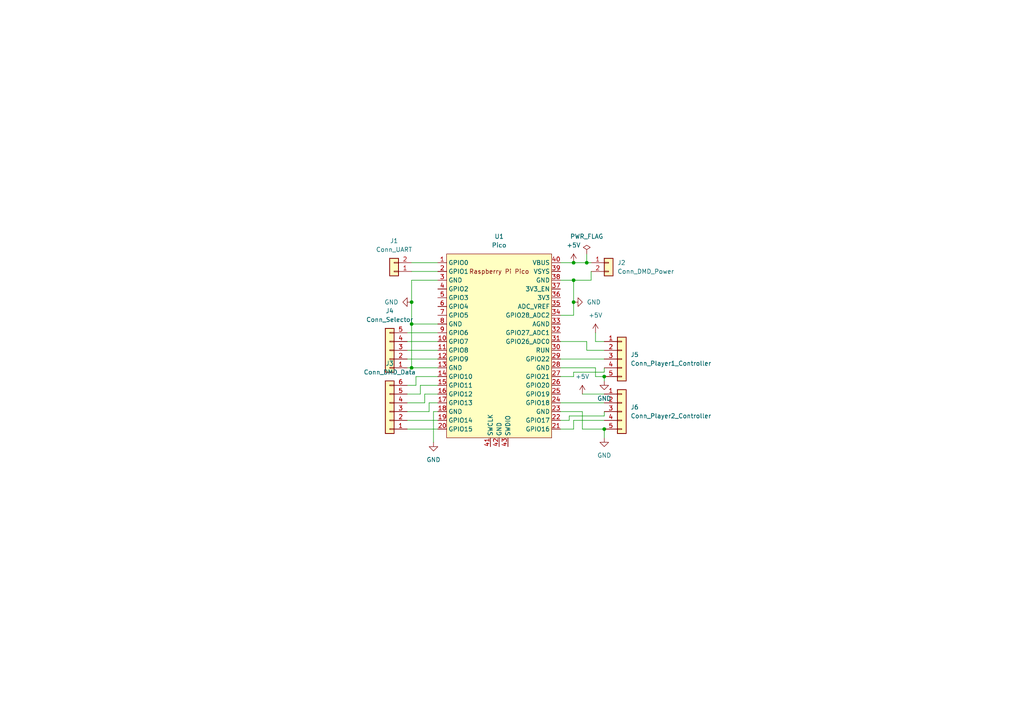
<source format=kicad_sch>
(kicad_sch (version 20211123) (generator eeschema)

  (uuid d9b669c1-7112-47c0-acad-27081750007c)

  (paper "A4")

  (lib_symbols
    (symbol "Conn_01x05_1" (pin_names (offset 1.016) hide) (in_bom yes) (on_board yes)
      (property "Reference" "J" (id 0) (at 0 7.62 0)
        (effects (font (size 1.27 1.27)))
      )
      (property "Value" "Conn_01x05_1" (id 1) (at 0 -7.62 0)
        (effects (font (size 1.27 1.27)))
      )
      (property "Footprint" "" (id 2) (at 0 0 0)
        (effects (font (size 1.27 1.27)) hide)
      )
      (property "Datasheet" "~" (id 3) (at 0 0 0)
        (effects (font (size 1.27 1.27)) hide)
      )
      (property "ki_keywords" "connector" (id 4) (at 0 0 0)
        (effects (font (size 1.27 1.27)) hide)
      )
      (property "ki_description" "Generic connector, single row, 01x05, script generated (kicad-library-utils/schlib/autogen/connector/)" (id 5) (at 0 0 0)
        (effects (font (size 1.27 1.27)) hide)
      )
      (property "ki_fp_filters" "Connector*:*_1x??_*" (id 6) (at 0 0 0)
        (effects (font (size 1.27 1.27)) hide)
      )
      (symbol "Conn_01x05_1_1_1"
        (rectangle (start -1.27 -4.953) (end 0 -5.207)
          (stroke (width 0.1524) (type default) (color 0 0 0 0))
          (fill (type none))
        )
        (rectangle (start -1.27 -2.413) (end 0 -2.667)
          (stroke (width 0.1524) (type default) (color 0 0 0 0))
          (fill (type none))
        )
        (rectangle (start -1.27 0.127) (end 0 -0.127)
          (stroke (width 0.1524) (type default) (color 0 0 0 0))
          (fill (type none))
        )
        (rectangle (start -1.27 2.667) (end 0 2.413)
          (stroke (width 0.1524) (type default) (color 0 0 0 0))
          (fill (type none))
        )
        (rectangle (start -1.27 5.207) (end 0 4.953)
          (stroke (width 0.1524) (type default) (color 0 0 0 0))
          (fill (type none))
        )
        (rectangle (start -1.27 6.35) (end 1.27 -6.35)
          (stroke (width 0.254) (type default) (color 0 0 0 0))
          (fill (type background))
        )
        (pin passive line (at -5.08 5.08 0) (length 3.81)
          (name "Pin_1" (effects (font (size 1.27 1.27))))
          (number "1" (effects (font (size 1.27 1.27))))
        )
        (pin passive line (at -5.08 2.54 0) (length 3.81)
          (name "Pin_2" (effects (font (size 1.27 1.27))))
          (number "2" (effects (font (size 1.27 1.27))))
        )
        (pin passive line (at -5.08 0 0) (length 3.81)
          (name "Pin_3" (effects (font (size 1.27 1.27))))
          (number "3" (effects (font (size 1.27 1.27))))
        )
        (pin passive line (at -5.08 -2.54 0) (length 3.81)
          (name "Pin_4" (effects (font (size 1.27 1.27))))
          (number "4" (effects (font (size 1.27 1.27))))
        )
        (pin passive line (at -5.08 -5.08 0) (length 3.81)
          (name "Pin_5" (effects (font (size 1.27 1.27))))
          (number "5" (effects (font (size 1.27 1.27))))
        )
      )
    )
    (symbol "Connector_Generic:Conn_01x02" (pin_names (offset 1.016) hide) (in_bom yes) (on_board yes)
      (property "Reference" "J" (id 0) (at 0 2.54 0)
        (effects (font (size 1.27 1.27)))
      )
      (property "Value" "Conn_01x02" (id 1) (at 0 -5.08 0)
        (effects (font (size 1.27 1.27)))
      )
      (property "Footprint" "" (id 2) (at 0 0 0)
        (effects (font (size 1.27 1.27)) hide)
      )
      (property "Datasheet" "~" (id 3) (at 0 0 0)
        (effects (font (size 1.27 1.27)) hide)
      )
      (property "ki_keywords" "connector" (id 4) (at 0 0 0)
        (effects (font (size 1.27 1.27)) hide)
      )
      (property "ki_description" "Generic connector, single row, 01x02, script generated (kicad-library-utils/schlib/autogen/connector/)" (id 5) (at 0 0 0)
        (effects (font (size 1.27 1.27)) hide)
      )
      (property "ki_fp_filters" "Connector*:*_1x??_*" (id 6) (at 0 0 0)
        (effects (font (size 1.27 1.27)) hide)
      )
      (symbol "Conn_01x02_1_1"
        (rectangle (start -1.27 -2.413) (end 0 -2.667)
          (stroke (width 0.1524) (type default) (color 0 0 0 0))
          (fill (type none))
        )
        (rectangle (start -1.27 0.127) (end 0 -0.127)
          (stroke (width 0.1524) (type default) (color 0 0 0 0))
          (fill (type none))
        )
        (rectangle (start -1.27 1.27) (end 1.27 -3.81)
          (stroke (width 0.254) (type default) (color 0 0 0 0))
          (fill (type background))
        )
        (pin passive line (at -5.08 0 0) (length 3.81)
          (name "Pin_1" (effects (font (size 1.27 1.27))))
          (number "1" (effects (font (size 1.27 1.27))))
        )
        (pin passive line (at -5.08 -2.54 0) (length 3.81)
          (name "Pin_2" (effects (font (size 1.27 1.27))))
          (number "2" (effects (font (size 1.27 1.27))))
        )
      )
    )
    (symbol "Connector_Generic:Conn_01x05" (pin_names (offset 1.016) hide) (in_bom yes) (on_board yes)
      (property "Reference" "J" (id 0) (at 0 7.62 0)
        (effects (font (size 1.27 1.27)))
      )
      (property "Value" "Conn_01x05" (id 1) (at 0 -7.62 0)
        (effects (font (size 1.27 1.27)))
      )
      (property "Footprint" "" (id 2) (at 0 0 0)
        (effects (font (size 1.27 1.27)) hide)
      )
      (property "Datasheet" "~" (id 3) (at 0 0 0)
        (effects (font (size 1.27 1.27)) hide)
      )
      (property "ki_keywords" "connector" (id 4) (at 0 0 0)
        (effects (font (size 1.27 1.27)) hide)
      )
      (property "ki_description" "Generic connector, single row, 01x05, script generated (kicad-library-utils/schlib/autogen/connector/)" (id 5) (at 0 0 0)
        (effects (font (size 1.27 1.27)) hide)
      )
      (property "ki_fp_filters" "Connector*:*_1x??_*" (id 6) (at 0 0 0)
        (effects (font (size 1.27 1.27)) hide)
      )
      (symbol "Conn_01x05_1_1"
        (rectangle (start -1.27 -4.953) (end 0 -5.207)
          (stroke (width 0.1524) (type default) (color 0 0 0 0))
          (fill (type none))
        )
        (rectangle (start -1.27 -2.413) (end 0 -2.667)
          (stroke (width 0.1524) (type default) (color 0 0 0 0))
          (fill (type none))
        )
        (rectangle (start -1.27 0.127) (end 0 -0.127)
          (stroke (width 0.1524) (type default) (color 0 0 0 0))
          (fill (type none))
        )
        (rectangle (start -1.27 2.667) (end 0 2.413)
          (stroke (width 0.1524) (type default) (color 0 0 0 0))
          (fill (type none))
        )
        (rectangle (start -1.27 5.207) (end 0 4.953)
          (stroke (width 0.1524) (type default) (color 0 0 0 0))
          (fill (type none))
        )
        (rectangle (start -1.27 6.35) (end 1.27 -6.35)
          (stroke (width 0.254) (type default) (color 0 0 0 0))
          (fill (type background))
        )
        (pin passive line (at -5.08 5.08 0) (length 3.81)
          (name "Pin_1" (effects (font (size 1.27 1.27))))
          (number "1" (effects (font (size 1.27 1.27))))
        )
        (pin passive line (at -5.08 2.54 0) (length 3.81)
          (name "Pin_2" (effects (font (size 1.27 1.27))))
          (number "2" (effects (font (size 1.27 1.27))))
        )
        (pin passive line (at -5.08 0 0) (length 3.81)
          (name "Pin_3" (effects (font (size 1.27 1.27))))
          (number "3" (effects (font (size 1.27 1.27))))
        )
        (pin passive line (at -5.08 -2.54 0) (length 3.81)
          (name "Pin_4" (effects (font (size 1.27 1.27))))
          (number "4" (effects (font (size 1.27 1.27))))
        )
        (pin passive line (at -5.08 -5.08 0) (length 3.81)
          (name "Pin_5" (effects (font (size 1.27 1.27))))
          (number "5" (effects (font (size 1.27 1.27))))
        )
      )
    )
    (symbol "Connector_Generic:Conn_01x06" (pin_names (offset 1.016) hide) (in_bom yes) (on_board yes)
      (property "Reference" "J" (id 0) (at 0 7.62 0)
        (effects (font (size 1.27 1.27)))
      )
      (property "Value" "Conn_01x06" (id 1) (at 0 -10.16 0)
        (effects (font (size 1.27 1.27)))
      )
      (property "Footprint" "" (id 2) (at 0 0 0)
        (effects (font (size 1.27 1.27)) hide)
      )
      (property "Datasheet" "~" (id 3) (at 0 0 0)
        (effects (font (size 1.27 1.27)) hide)
      )
      (property "ki_keywords" "connector" (id 4) (at 0 0 0)
        (effects (font (size 1.27 1.27)) hide)
      )
      (property "ki_description" "Generic connector, single row, 01x06, script generated (kicad-library-utils/schlib/autogen/connector/)" (id 5) (at 0 0 0)
        (effects (font (size 1.27 1.27)) hide)
      )
      (property "ki_fp_filters" "Connector*:*_1x??_*" (id 6) (at 0 0 0)
        (effects (font (size 1.27 1.27)) hide)
      )
      (symbol "Conn_01x06_1_1"
        (rectangle (start -1.27 -7.493) (end 0 -7.747)
          (stroke (width 0.1524) (type default) (color 0 0 0 0))
          (fill (type none))
        )
        (rectangle (start -1.27 -4.953) (end 0 -5.207)
          (stroke (width 0.1524) (type default) (color 0 0 0 0))
          (fill (type none))
        )
        (rectangle (start -1.27 -2.413) (end 0 -2.667)
          (stroke (width 0.1524) (type default) (color 0 0 0 0))
          (fill (type none))
        )
        (rectangle (start -1.27 0.127) (end 0 -0.127)
          (stroke (width 0.1524) (type default) (color 0 0 0 0))
          (fill (type none))
        )
        (rectangle (start -1.27 2.667) (end 0 2.413)
          (stroke (width 0.1524) (type default) (color 0 0 0 0))
          (fill (type none))
        )
        (rectangle (start -1.27 5.207) (end 0 4.953)
          (stroke (width 0.1524) (type default) (color 0 0 0 0))
          (fill (type none))
        )
        (rectangle (start -1.27 6.35) (end 1.27 -8.89)
          (stroke (width 0.254) (type default) (color 0 0 0 0))
          (fill (type background))
        )
        (pin passive line (at -5.08 5.08 0) (length 3.81)
          (name "Pin_1" (effects (font (size 1.27 1.27))))
          (number "1" (effects (font (size 1.27 1.27))))
        )
        (pin passive line (at -5.08 2.54 0) (length 3.81)
          (name "Pin_2" (effects (font (size 1.27 1.27))))
          (number "2" (effects (font (size 1.27 1.27))))
        )
        (pin passive line (at -5.08 0 0) (length 3.81)
          (name "Pin_3" (effects (font (size 1.27 1.27))))
          (number "3" (effects (font (size 1.27 1.27))))
        )
        (pin passive line (at -5.08 -2.54 0) (length 3.81)
          (name "Pin_4" (effects (font (size 1.27 1.27))))
          (number "4" (effects (font (size 1.27 1.27))))
        )
        (pin passive line (at -5.08 -5.08 0) (length 3.81)
          (name "Pin_5" (effects (font (size 1.27 1.27))))
          (number "5" (effects (font (size 1.27 1.27))))
        )
        (pin passive line (at -5.08 -7.62 0) (length 3.81)
          (name "Pin_6" (effects (font (size 1.27 1.27))))
          (number "6" (effects (font (size 1.27 1.27))))
        )
      )
    )
    (symbol "MCU_RaspberryPi_and_Boards:Pico" (in_bom yes) (on_board yes)
      (property "Reference" "U" (id 0) (at -13.97 27.94 0)
        (effects (font (size 1.27 1.27)))
      )
      (property "Value" "Pico" (id 1) (at 0 19.05 0)
        (effects (font (size 1.27 1.27)))
      )
      (property "Footprint" "RPi_Pico:RPi_Pico_SMD_TH" (id 2) (at 0 0 90)
        (effects (font (size 1.27 1.27)) hide)
      )
      (property "Datasheet" "" (id 3) (at 0 0 0)
        (effects (font (size 1.27 1.27)) hide)
      )
      (symbol "Pico_0_0"
        (text "Raspberry Pi Pico" (at 0 21.59 0)
          (effects (font (size 1.27 1.27)))
        )
      )
      (symbol "Pico_0_1"
        (rectangle (start -15.24 26.67) (end 15.24 -26.67)
          (stroke (width 0) (type default) (color 0 0 0 0))
          (fill (type background))
        )
      )
      (symbol "Pico_1_1"
        (pin bidirectional line (at -17.78 24.13 0) (length 2.54)
          (name "GPIO0" (effects (font (size 1.27 1.27))))
          (number "1" (effects (font (size 1.27 1.27))))
        )
        (pin bidirectional line (at -17.78 1.27 0) (length 2.54)
          (name "GPIO7" (effects (font (size 1.27 1.27))))
          (number "10" (effects (font (size 1.27 1.27))))
        )
        (pin bidirectional line (at -17.78 -1.27 0) (length 2.54)
          (name "GPIO8" (effects (font (size 1.27 1.27))))
          (number "11" (effects (font (size 1.27 1.27))))
        )
        (pin bidirectional line (at -17.78 -3.81 0) (length 2.54)
          (name "GPIO9" (effects (font (size 1.27 1.27))))
          (number "12" (effects (font (size 1.27 1.27))))
        )
        (pin power_in line (at -17.78 -6.35 0) (length 2.54)
          (name "GND" (effects (font (size 1.27 1.27))))
          (number "13" (effects (font (size 1.27 1.27))))
        )
        (pin bidirectional line (at -17.78 -8.89 0) (length 2.54)
          (name "GPIO10" (effects (font (size 1.27 1.27))))
          (number "14" (effects (font (size 1.27 1.27))))
        )
        (pin bidirectional line (at -17.78 -11.43 0) (length 2.54)
          (name "GPIO11" (effects (font (size 1.27 1.27))))
          (number "15" (effects (font (size 1.27 1.27))))
        )
        (pin bidirectional line (at -17.78 -13.97 0) (length 2.54)
          (name "GPIO12" (effects (font (size 1.27 1.27))))
          (number "16" (effects (font (size 1.27 1.27))))
        )
        (pin bidirectional line (at -17.78 -16.51 0) (length 2.54)
          (name "GPIO13" (effects (font (size 1.27 1.27))))
          (number "17" (effects (font (size 1.27 1.27))))
        )
        (pin power_in line (at -17.78 -19.05 0) (length 2.54)
          (name "GND" (effects (font (size 1.27 1.27))))
          (number "18" (effects (font (size 1.27 1.27))))
        )
        (pin bidirectional line (at -17.78 -21.59 0) (length 2.54)
          (name "GPIO14" (effects (font (size 1.27 1.27))))
          (number "19" (effects (font (size 1.27 1.27))))
        )
        (pin bidirectional line (at -17.78 21.59 0) (length 2.54)
          (name "GPIO1" (effects (font (size 1.27 1.27))))
          (number "2" (effects (font (size 1.27 1.27))))
        )
        (pin bidirectional line (at -17.78 -24.13 0) (length 2.54)
          (name "GPIO15" (effects (font (size 1.27 1.27))))
          (number "20" (effects (font (size 1.27 1.27))))
        )
        (pin bidirectional line (at 17.78 -24.13 180) (length 2.54)
          (name "GPIO16" (effects (font (size 1.27 1.27))))
          (number "21" (effects (font (size 1.27 1.27))))
        )
        (pin bidirectional line (at 17.78 -21.59 180) (length 2.54)
          (name "GPIO17" (effects (font (size 1.27 1.27))))
          (number "22" (effects (font (size 1.27 1.27))))
        )
        (pin power_in line (at 17.78 -19.05 180) (length 2.54)
          (name "GND" (effects (font (size 1.27 1.27))))
          (number "23" (effects (font (size 1.27 1.27))))
        )
        (pin bidirectional line (at 17.78 -16.51 180) (length 2.54)
          (name "GPIO18" (effects (font (size 1.27 1.27))))
          (number "24" (effects (font (size 1.27 1.27))))
        )
        (pin bidirectional line (at 17.78 -13.97 180) (length 2.54)
          (name "GPIO19" (effects (font (size 1.27 1.27))))
          (number "25" (effects (font (size 1.27 1.27))))
        )
        (pin bidirectional line (at 17.78 -11.43 180) (length 2.54)
          (name "GPIO20" (effects (font (size 1.27 1.27))))
          (number "26" (effects (font (size 1.27 1.27))))
        )
        (pin bidirectional line (at 17.78 -8.89 180) (length 2.54)
          (name "GPIO21" (effects (font (size 1.27 1.27))))
          (number "27" (effects (font (size 1.27 1.27))))
        )
        (pin power_in line (at 17.78 -6.35 180) (length 2.54)
          (name "GND" (effects (font (size 1.27 1.27))))
          (number "28" (effects (font (size 1.27 1.27))))
        )
        (pin bidirectional line (at 17.78 -3.81 180) (length 2.54)
          (name "GPIO22" (effects (font (size 1.27 1.27))))
          (number "29" (effects (font (size 1.27 1.27))))
        )
        (pin power_in line (at -17.78 19.05 0) (length 2.54)
          (name "GND" (effects (font (size 1.27 1.27))))
          (number "3" (effects (font (size 1.27 1.27))))
        )
        (pin input line (at 17.78 -1.27 180) (length 2.54)
          (name "RUN" (effects (font (size 1.27 1.27))))
          (number "30" (effects (font (size 1.27 1.27))))
        )
        (pin bidirectional line (at 17.78 1.27 180) (length 2.54)
          (name "GPIO26_ADC0" (effects (font (size 1.27 1.27))))
          (number "31" (effects (font (size 1.27 1.27))))
        )
        (pin bidirectional line (at 17.78 3.81 180) (length 2.54)
          (name "GPIO27_ADC1" (effects (font (size 1.27 1.27))))
          (number "32" (effects (font (size 1.27 1.27))))
        )
        (pin power_in line (at 17.78 6.35 180) (length 2.54)
          (name "AGND" (effects (font (size 1.27 1.27))))
          (number "33" (effects (font (size 1.27 1.27))))
        )
        (pin bidirectional line (at 17.78 8.89 180) (length 2.54)
          (name "GPIO28_ADC2" (effects (font (size 1.27 1.27))))
          (number "34" (effects (font (size 1.27 1.27))))
        )
        (pin power_in line (at 17.78 11.43 180) (length 2.54)
          (name "ADC_VREF" (effects (font (size 1.27 1.27))))
          (number "35" (effects (font (size 1.27 1.27))))
        )
        (pin power_in line (at 17.78 13.97 180) (length 2.54)
          (name "3V3" (effects (font (size 1.27 1.27))))
          (number "36" (effects (font (size 1.27 1.27))))
        )
        (pin input line (at 17.78 16.51 180) (length 2.54)
          (name "3V3_EN" (effects (font (size 1.27 1.27))))
          (number "37" (effects (font (size 1.27 1.27))))
        )
        (pin bidirectional line (at 17.78 19.05 180) (length 2.54)
          (name "GND" (effects (font (size 1.27 1.27))))
          (number "38" (effects (font (size 1.27 1.27))))
        )
        (pin power_in line (at 17.78 21.59 180) (length 2.54)
          (name "VSYS" (effects (font (size 1.27 1.27))))
          (number "39" (effects (font (size 1.27 1.27))))
        )
        (pin bidirectional line (at -17.78 16.51 0) (length 2.54)
          (name "GPIO2" (effects (font (size 1.27 1.27))))
          (number "4" (effects (font (size 1.27 1.27))))
        )
        (pin power_in line (at 17.78 24.13 180) (length 2.54)
          (name "VBUS" (effects (font (size 1.27 1.27))))
          (number "40" (effects (font (size 1.27 1.27))))
        )
        (pin input line (at -2.54 -29.21 90) (length 2.54)
          (name "SWCLK" (effects (font (size 1.27 1.27))))
          (number "41" (effects (font (size 1.27 1.27))))
        )
        (pin power_in line (at 0 -29.21 90) (length 2.54)
          (name "GND" (effects (font (size 1.27 1.27))))
          (number "42" (effects (font (size 1.27 1.27))))
        )
        (pin bidirectional line (at 2.54 -29.21 90) (length 2.54)
          (name "SWDIO" (effects (font (size 1.27 1.27))))
          (number "43" (effects (font (size 1.27 1.27))))
        )
        (pin bidirectional line (at -17.78 13.97 0) (length 2.54)
          (name "GPIO3" (effects (font (size 1.27 1.27))))
          (number "5" (effects (font (size 1.27 1.27))))
        )
        (pin bidirectional line (at -17.78 11.43 0) (length 2.54)
          (name "GPIO4" (effects (font (size 1.27 1.27))))
          (number "6" (effects (font (size 1.27 1.27))))
        )
        (pin bidirectional line (at -17.78 8.89 0) (length 2.54)
          (name "GPIO5" (effects (font (size 1.27 1.27))))
          (number "7" (effects (font (size 1.27 1.27))))
        )
        (pin power_in line (at -17.78 6.35 0) (length 2.54)
          (name "GND" (effects (font (size 1.27 1.27))))
          (number "8" (effects (font (size 1.27 1.27))))
        )
        (pin bidirectional line (at -17.78 3.81 0) (length 2.54)
          (name "GPIO6" (effects (font (size 1.27 1.27))))
          (number "9" (effects (font (size 1.27 1.27))))
        )
      )
    )
    (symbol "power:+5V" (power) (pin_names (offset 0)) (in_bom yes) (on_board yes)
      (property "Reference" "#PWR" (id 0) (at 0 -3.81 0)
        (effects (font (size 1.27 1.27)) hide)
      )
      (property "Value" "+5V" (id 1) (at 0 3.556 0)
        (effects (font (size 1.27 1.27)))
      )
      (property "Footprint" "" (id 2) (at 0 0 0)
        (effects (font (size 1.27 1.27)) hide)
      )
      (property "Datasheet" "" (id 3) (at 0 0 0)
        (effects (font (size 1.27 1.27)) hide)
      )
      (property "ki_keywords" "power-flag" (id 4) (at 0 0 0)
        (effects (font (size 1.27 1.27)) hide)
      )
      (property "ki_description" "Power symbol creates a global label with name \"+5V\"" (id 5) (at 0 0 0)
        (effects (font (size 1.27 1.27)) hide)
      )
      (symbol "+5V_0_1"
        (polyline
          (pts
            (xy -0.762 1.27)
            (xy 0 2.54)
          )
          (stroke (width 0) (type default) (color 0 0 0 0))
          (fill (type none))
        )
        (polyline
          (pts
            (xy 0 0)
            (xy 0 2.54)
          )
          (stroke (width 0) (type default) (color 0 0 0 0))
          (fill (type none))
        )
        (polyline
          (pts
            (xy 0 2.54)
            (xy 0.762 1.27)
          )
          (stroke (width 0) (type default) (color 0 0 0 0))
          (fill (type none))
        )
      )
      (symbol "+5V_1_1"
        (pin power_in line (at 0 0 90) (length 0) hide
          (name "+5V" (effects (font (size 1.27 1.27))))
          (number "1" (effects (font (size 1.27 1.27))))
        )
      )
    )
    (symbol "power:GND" (power) (pin_names (offset 0)) (in_bom yes) (on_board yes)
      (property "Reference" "#PWR" (id 0) (at 0 -6.35 0)
        (effects (font (size 1.27 1.27)) hide)
      )
      (property "Value" "GND" (id 1) (at 0 -3.81 0)
        (effects (font (size 1.27 1.27)))
      )
      (property "Footprint" "" (id 2) (at 0 0 0)
        (effects (font (size 1.27 1.27)) hide)
      )
      (property "Datasheet" "" (id 3) (at 0 0 0)
        (effects (font (size 1.27 1.27)) hide)
      )
      (property "ki_keywords" "power-flag" (id 4) (at 0 0 0)
        (effects (font (size 1.27 1.27)) hide)
      )
      (property "ki_description" "Power symbol creates a global label with name \"GND\" , ground" (id 5) (at 0 0 0)
        (effects (font (size 1.27 1.27)) hide)
      )
      (symbol "GND_0_1"
        (polyline
          (pts
            (xy 0 0)
            (xy 0 -1.27)
            (xy 1.27 -1.27)
            (xy 0 -2.54)
            (xy -1.27 -1.27)
            (xy 0 -1.27)
          )
          (stroke (width 0) (type default) (color 0 0 0 0))
          (fill (type none))
        )
      )
      (symbol "GND_1_1"
        (pin power_in line (at 0 0 270) (length 0) hide
          (name "GND" (effects (font (size 1.27 1.27))))
          (number "1" (effects (font (size 1.27 1.27))))
        )
      )
    )
    (symbol "power:PWR_FLAG" (power) (pin_numbers hide) (pin_names (offset 0) hide) (in_bom yes) (on_board yes)
      (property "Reference" "#FLG" (id 0) (at 0 1.905 0)
        (effects (font (size 1.27 1.27)) hide)
      )
      (property "Value" "PWR_FLAG" (id 1) (at 0 3.81 0)
        (effects (font (size 1.27 1.27)))
      )
      (property "Footprint" "" (id 2) (at 0 0 0)
        (effects (font (size 1.27 1.27)) hide)
      )
      (property "Datasheet" "~" (id 3) (at 0 0 0)
        (effects (font (size 1.27 1.27)) hide)
      )
      (property "ki_keywords" "power-flag" (id 4) (at 0 0 0)
        (effects (font (size 1.27 1.27)) hide)
      )
      (property "ki_description" "Special symbol for telling ERC where power comes from" (id 5) (at 0 0 0)
        (effects (font (size 1.27 1.27)) hide)
      )
      (symbol "PWR_FLAG_0_0"
        (pin power_out line (at 0 0 90) (length 0)
          (name "pwr" (effects (font (size 1.27 1.27))))
          (number "1" (effects (font (size 1.27 1.27))))
        )
      )
      (symbol "PWR_FLAG_0_1"
        (polyline
          (pts
            (xy 0 0)
            (xy 0 1.27)
            (xy -1.016 1.905)
            (xy 0 2.54)
            (xy 1.016 1.905)
            (xy 0 1.27)
          )
          (stroke (width 0) (type default) (color 0 0 0 0))
          (fill (type none))
        )
      )
    )
  )

  (junction (at 166.37 76.2) (diameter 0) (color 0 0 0 0)
    (uuid 108e3267-8d85-4a32-8c94-882f651f8c07)
  )
  (junction (at 175.26 109.22) (diameter 0) (color 0 0 0 0)
    (uuid 30da7041-33c6-4f21-bb4e-8355eb5da933)
  )
  (junction (at 119.38 87.63) (diameter 0) (color 0 0 0 0)
    (uuid 6bfd9746-8146-47e5-abe3-7671e6fc0239)
  )
  (junction (at 175.26 124.46) (diameter 0) (color 0 0 0 0)
    (uuid 80f04e1b-3581-4ad3-8295-362a47bf323b)
  )
  (junction (at 119.38 106.68) (diameter 0) (color 0 0 0 0)
    (uuid 93909657-6ae7-413a-928f-e36d7a7893b5)
  )
  (junction (at 166.37 81.28) (diameter 0) (color 0 0 0 0)
    (uuid 9b039383-ee76-4366-a170-6cda92da5c71)
  )
  (junction (at 166.37 87.63) (diameter 0) (color 0 0 0 0)
    (uuid c70ebd79-0fa2-4c67-8f64-7f80403c0513)
  )
  (junction (at 119.38 93.98) (diameter 0) (color 0 0 0 0)
    (uuid dadcd165-51ca-4d02-a131-08770fa21510)
  )
  (junction (at 170.18 76.2) (diameter 0) (color 0 0 0 0)
    (uuid fef43ac2-5ea1-4a8a-b5c6-d6ecea5f4f0c)
  )

  (wire (pts (xy 119.38 87.63) (xy 119.38 93.98))
    (stroke (width 0) (type default) (color 0 0 0 0))
    (uuid 0025d39d-5966-42c1-90b0-2622e39fffde)
  )
  (wire (pts (xy 162.56 124.46) (xy 166.37 124.46))
    (stroke (width 0) (type default) (color 0 0 0 0))
    (uuid 0315db68-75cd-41fc-8329-c1cc2de9bf3b)
  )
  (wire (pts (xy 120.65 109.22) (xy 127 109.22))
    (stroke (width 0) (type default) (color 0 0 0 0))
    (uuid 11bffa87-9dd0-4e36-800f-a9c124ce64ea)
  )
  (wire (pts (xy 175.26 124.46) (xy 168.91 124.46))
    (stroke (width 0) (type default) (color 0 0 0 0))
    (uuid 14869be1-f2c5-4630-bbc8-41c434d334f0)
  )
  (wire (pts (xy 121.92 114.3) (xy 121.92 111.76))
    (stroke (width 0) (type default) (color 0 0 0 0))
    (uuid 15120fbb-eacb-47bd-8f5a-1d29b7434ad8)
  )
  (wire (pts (xy 175.26 120.65) (xy 175.26 119.38))
    (stroke (width 0) (type default) (color 0 0 0 0))
    (uuid 1832d2ef-45b0-4ede-ba88-747be2fdfd82)
  )
  (wire (pts (xy 119.38 78.74) (xy 127 78.74))
    (stroke (width 0) (type default) (color 0 0 0 0))
    (uuid 1a0322af-f732-4f76-bbb4-106ebecdb854)
  )
  (wire (pts (xy 118.11 121.92) (xy 127 121.92))
    (stroke (width 0) (type default) (color 0 0 0 0))
    (uuid 1a9a22e0-aced-4c3b-a7b5-f49eed56bd9d)
  )
  (wire (pts (xy 166.37 91.44) (xy 166.37 87.63))
    (stroke (width 0) (type default) (color 0 0 0 0))
    (uuid 1bc128b7-b816-4a4c-af50-f6c8d22ad09d)
  )
  (wire (pts (xy 175.26 109.22) (xy 172.72 109.22))
    (stroke (width 0) (type default) (color 0 0 0 0))
    (uuid 21766b7c-4405-4fe2-b421-23fcd95b28db)
  )
  (wire (pts (xy 118.11 119.38) (xy 124.46 119.38))
    (stroke (width 0) (type default) (color 0 0 0 0))
    (uuid 275a7153-dc69-422b-b0b0-40ae4061a91a)
  )
  (wire (pts (xy 118.11 111.76) (xy 120.65 111.76))
    (stroke (width 0) (type default) (color 0 0 0 0))
    (uuid 2c645fce-34d9-43e6-9f46-022aea7959ca)
  )
  (wire (pts (xy 118.11 104.14) (xy 127 104.14))
    (stroke (width 0) (type default) (color 0 0 0 0))
    (uuid 2eb024cb-1752-4580-92fa-41c0e43d7881)
  )
  (wire (pts (xy 118.11 101.6) (xy 127 101.6))
    (stroke (width 0) (type default) (color 0 0 0 0))
    (uuid 32a6aa2f-8d05-4936-85dd-00a00c2ac8ee)
  )
  (wire (pts (xy 166.37 76.2) (xy 170.18 76.2))
    (stroke (width 0) (type default) (color 0 0 0 0))
    (uuid 3584acfe-fa21-4473-966f-14eaeef08824)
  )
  (wire (pts (xy 162.56 116.84) (xy 175.26 116.84))
    (stroke (width 0) (type default) (color 0 0 0 0))
    (uuid 35da2aa0-f1f2-42e9-ad95-9ea93ce0ff96)
  )
  (wire (pts (xy 162.56 104.14) (xy 175.26 104.14))
    (stroke (width 0) (type default) (color 0 0 0 0))
    (uuid 383208c1-92c0-40aa-839f-3f330f75326c)
  )
  (wire (pts (xy 162.56 81.28) (xy 166.37 81.28))
    (stroke (width 0) (type default) (color 0 0 0 0))
    (uuid 38f36599-db14-4f8b-b5ab-cc74f664731f)
  )
  (wire (pts (xy 175.26 124.46) (xy 175.26 127))
    (stroke (width 0) (type default) (color 0 0 0 0))
    (uuid 3c90470b-53f2-491e-89a8-7f957ed31ba2)
  )
  (wire (pts (xy 170.18 76.2) (xy 171.45 76.2))
    (stroke (width 0) (type default) (color 0 0 0 0))
    (uuid 3fe437f6-f8cb-4e56-bf75-f414ddba53c4)
  )
  (wire (pts (xy 166.37 121.92) (xy 175.26 121.92))
    (stroke (width 0) (type default) (color 0 0 0 0))
    (uuid 472759c3-0b07-47ea-963e-c1bc21e1b970)
  )
  (wire (pts (xy 162.56 121.92) (xy 165.1 121.92))
    (stroke (width 0) (type default) (color 0 0 0 0))
    (uuid 4fddc27c-28be-4928-9300-57f1aa55a018)
  )
  (wire (pts (xy 170.18 99.06) (xy 170.18 101.6))
    (stroke (width 0) (type default) (color 0 0 0 0))
    (uuid 50855958-b507-4076-96b6-176856187f56)
  )
  (wire (pts (xy 162.56 109.22) (xy 166.37 109.22))
    (stroke (width 0) (type default) (color 0 0 0 0))
    (uuid 55216025-14d0-4a01-aa7f-eaa3e3c04573)
  )
  (wire (pts (xy 162.56 76.2) (xy 166.37 76.2))
    (stroke (width 0) (type default) (color 0 0 0 0))
    (uuid 5525933d-4dc6-4f0f-ab07-b4052780d303)
  )
  (wire (pts (xy 124.46 116.84) (xy 127 116.84))
    (stroke (width 0) (type default) (color 0 0 0 0))
    (uuid 562458d2-e0d7-4138-8336-c4d9e6a4d22d)
  )
  (wire (pts (xy 118.11 116.84) (xy 123.19 116.84))
    (stroke (width 0) (type default) (color 0 0 0 0))
    (uuid 577265d6-e853-4bd1-8c9b-8390f6b03d5b)
  )
  (wire (pts (xy 175.26 109.22) (xy 175.26 110.49))
    (stroke (width 0) (type default) (color 0 0 0 0))
    (uuid 60a9215d-6e3d-4d1f-9b1f-8dfd276e085f)
  )
  (wire (pts (xy 168.91 124.46) (xy 168.91 119.38))
    (stroke (width 0) (type default) (color 0 0 0 0))
    (uuid 62eafb47-0f31-411d-aac0-c9ff4115f5c5)
  )
  (wire (pts (xy 166.37 81.28) (xy 171.45 81.28))
    (stroke (width 0) (type default) (color 0 0 0 0))
    (uuid 68a1ce6f-765d-4240-b4ac-4b35e2b4b810)
  )
  (wire (pts (xy 166.37 124.46) (xy 166.37 121.92))
    (stroke (width 0) (type default) (color 0 0 0 0))
    (uuid 6ae93b27-1200-47e5-ada0-4cfa60ceb970)
  )
  (wire (pts (xy 162.56 106.68) (xy 172.72 106.68))
    (stroke (width 0) (type default) (color 0 0 0 0))
    (uuid 6ff15934-b949-41ba-8518-b5acf7525418)
  )
  (wire (pts (xy 118.11 96.52) (xy 127 96.52))
    (stroke (width 0) (type default) (color 0 0 0 0))
    (uuid 710d97a5-40f6-4e50-a0b2-580ecaede5e2)
  )
  (wire (pts (xy 118.11 99.06) (xy 127 99.06))
    (stroke (width 0) (type default) (color 0 0 0 0))
    (uuid 715da43f-2cc6-4b4e-a649-76f5053e9dae)
  )
  (wire (pts (xy 168.91 114.3) (xy 175.26 114.3))
    (stroke (width 0) (type default) (color 0 0 0 0))
    (uuid 73fc511f-e406-4e65-a6cf-5476f7e90d25)
  )
  (wire (pts (xy 166.37 87.63) (xy 166.37 81.28))
    (stroke (width 0) (type default) (color 0 0 0 0))
    (uuid 7468065d-0b31-4026-a101-8a37313ac484)
  )
  (wire (pts (xy 171.45 81.28) (xy 171.45 78.74))
    (stroke (width 0) (type default) (color 0 0 0 0))
    (uuid 7595f5de-404e-4cfc-b462-7ebbe1172224)
  )
  (wire (pts (xy 168.91 119.38) (xy 162.56 119.38))
    (stroke (width 0) (type default) (color 0 0 0 0))
    (uuid 792fe40d-a420-4c84-b447-10ff6c7fbeaf)
  )
  (wire (pts (xy 172.72 99.06) (xy 172.72 96.52))
    (stroke (width 0) (type default) (color 0 0 0 0))
    (uuid 83d5e826-659a-4082-a9f6-3bf985a50176)
  )
  (wire (pts (xy 118.11 114.3) (xy 121.92 114.3))
    (stroke (width 0) (type default) (color 0 0 0 0))
    (uuid 87fd3a19-7056-4c43-9d61-51d118f3df27)
  )
  (wire (pts (xy 127 119.38) (xy 125.73 119.38))
    (stroke (width 0) (type default) (color 0 0 0 0))
    (uuid 8fe251e4-c8eb-4cee-90e0-6abb74b9007a)
  )
  (wire (pts (xy 119.38 106.68) (xy 127 106.68))
    (stroke (width 0) (type default) (color 0 0 0 0))
    (uuid 94abd2b2-96fb-41fc-ac7f-3e1c0c3cf367)
  )
  (wire (pts (xy 172.72 109.22) (xy 172.72 106.68))
    (stroke (width 0) (type default) (color 0 0 0 0))
    (uuid 94fbe171-2cbe-4bfc-81d3-8bfe6056b29b)
  )
  (wire (pts (xy 119.38 93.98) (xy 127 93.98))
    (stroke (width 0) (type default) (color 0 0 0 0))
    (uuid 9a0a99ff-51d8-4ae4-852a-7d7ab84051b0)
  )
  (wire (pts (xy 170.18 101.6) (xy 175.26 101.6))
    (stroke (width 0) (type default) (color 0 0 0 0))
    (uuid 9ccde8f7-9878-4d64-84f6-17d497bb8f43)
  )
  (wire (pts (xy 165.1 121.92) (xy 165.1 120.65))
    (stroke (width 0) (type default) (color 0 0 0 0))
    (uuid 9f058c97-4e5c-4b00-a1fd-a649f5ab987a)
  )
  (wire (pts (xy 119.38 76.2) (xy 127 76.2))
    (stroke (width 0) (type default) (color 0 0 0 0))
    (uuid acd22bf2-fb9e-449a-90ae-0b86b8dcc8cb)
  )
  (wire (pts (xy 123.19 116.84) (xy 123.19 114.3))
    (stroke (width 0) (type default) (color 0 0 0 0))
    (uuid ae79639b-56c7-4804-a43c-f86a35a62721)
  )
  (wire (pts (xy 124.46 119.38) (xy 124.46 116.84))
    (stroke (width 0) (type default) (color 0 0 0 0))
    (uuid aecc7db8-1e30-4374-92f9-dd13dec3ed54)
  )
  (wire (pts (xy 123.19 114.3) (xy 127 114.3))
    (stroke (width 0) (type default) (color 0 0 0 0))
    (uuid af7d8e21-9c28-46b1-978f-8f807c1d0c96)
  )
  (wire (pts (xy 166.37 107.95) (xy 175.26 107.95))
    (stroke (width 0) (type default) (color 0 0 0 0))
    (uuid afe392ed-1593-4b71-8e7c-10b9cd48ef5c)
  )
  (wire (pts (xy 118.11 106.68) (xy 119.38 106.68))
    (stroke (width 0) (type default) (color 0 0 0 0))
    (uuid bece02f4-29d0-4ce1-b352-5e48631f254b)
  )
  (wire (pts (xy 166.37 109.22) (xy 166.37 107.95))
    (stroke (width 0) (type default) (color 0 0 0 0))
    (uuid c1417ef4-6a9a-4da9-b9bd-e8046b1a880c)
  )
  (wire (pts (xy 119.38 87.63) (xy 119.38 81.28))
    (stroke (width 0) (type default) (color 0 0 0 0))
    (uuid c2f9a5a3-2156-4d5b-b5e6-69b181b16d8d)
  )
  (wire (pts (xy 175.26 99.06) (xy 172.72 99.06))
    (stroke (width 0) (type default) (color 0 0 0 0))
    (uuid c399a105-f52e-4b32-abe1-12720884142f)
  )
  (wire (pts (xy 165.1 120.65) (xy 175.26 120.65))
    (stroke (width 0) (type default) (color 0 0 0 0))
    (uuid caa65eb5-aa64-4cae-a27a-bfffdb650f2f)
  )
  (wire (pts (xy 118.11 124.46) (xy 127 124.46))
    (stroke (width 0) (type default) (color 0 0 0 0))
    (uuid cbd99b63-b93f-4db3-8f97-ca104cfd0e03)
  )
  (wire (pts (xy 162.56 91.44) (xy 166.37 91.44))
    (stroke (width 0) (type default) (color 0 0 0 0))
    (uuid d291ef48-9528-47c4-856e-605cee962f65)
  )
  (wire (pts (xy 170.18 73.66) (xy 170.18 76.2))
    (stroke (width 0) (type default) (color 0 0 0 0))
    (uuid d559c691-9c66-4b64-8989-5d7c6d2e3a32)
  )
  (wire (pts (xy 121.92 111.76) (xy 127 111.76))
    (stroke (width 0) (type default) (color 0 0 0 0))
    (uuid e09d82cd-896f-4ee2-add2-a7fc6f53a168)
  )
  (wire (pts (xy 119.38 81.28) (xy 127 81.28))
    (stroke (width 0) (type default) (color 0 0 0 0))
    (uuid e3c285e4-ab69-4ac7-a9b5-3ff55037674f)
  )
  (wire (pts (xy 175.26 107.95) (xy 175.26 106.68))
    (stroke (width 0) (type default) (color 0 0 0 0))
    (uuid ea8888d3-b8a4-4762-b90f-67efbc340447)
  )
  (wire (pts (xy 119.38 93.98) (xy 119.38 106.68))
    (stroke (width 0) (type default) (color 0 0 0 0))
    (uuid ec7d20a3-dbd2-4f41-b3c9-f83d378788d7)
  )
  (wire (pts (xy 120.65 111.76) (xy 120.65 109.22))
    (stroke (width 0) (type default) (color 0 0 0 0))
    (uuid edd4c7fb-77b9-4cca-bd8f-deda042d7f60)
  )
  (wire (pts (xy 162.56 99.06) (xy 170.18 99.06))
    (stroke (width 0) (type default) (color 0 0 0 0))
    (uuid f01db1e6-23dc-40e7-ab59-f80a8ca48c90)
  )
  (wire (pts (xy 125.73 119.38) (xy 125.73 128.27))
    (stroke (width 0) (type default) (color 0 0 0 0))
    (uuid febafefe-498b-4b87-85ee-45444f1950e2)
  )

  (symbol (lib_id "power:GND") (at 166.37 87.63 90) (unit 1)
    (in_bom yes) (on_board yes) (fields_autoplaced)
    (uuid 1e901beb-5b89-49a1-a724-b3f2012fc10c)
    (property "Reference" "#PWR0101" (id 0) (at 172.72 87.63 0)
      (effects (font (size 1.27 1.27)) hide)
    )
    (property "Value" "GND" (id 1) (at 170.18 87.6299 90)
      (effects (font (size 1.27 1.27)) (justify right))
    )
    (property "Footprint" "" (id 2) (at 166.37 87.63 0)
      (effects (font (size 1.27 1.27)) hide)
    )
    (property "Datasheet" "" (id 3) (at 166.37 87.63 0)
      (effects (font (size 1.27 1.27)) hide)
    )
    (pin "1" (uuid e19351bc-124b-41a6-8f48-31edd3fa0c50))
  )

  (symbol (lib_id "power:GND") (at 125.73 128.27 0) (unit 1)
    (in_bom yes) (on_board yes) (fields_autoplaced)
    (uuid 236579ad-c51d-4fca-af93-5241d267cf5d)
    (property "Reference" "#PWR0105" (id 0) (at 125.73 134.62 0)
      (effects (font (size 1.27 1.27)) hide)
    )
    (property "Value" "GND" (id 1) (at 125.73 133.35 0))
    (property "Footprint" "" (id 2) (at 125.73 128.27 0)
      (effects (font (size 1.27 1.27)) hide)
    )
    (property "Datasheet" "" (id 3) (at 125.73 128.27 0)
      (effects (font (size 1.27 1.27)) hide)
    )
    (pin "1" (uuid 8232e297-37c2-44c4-9a70-e5133d0814d9))
  )

  (symbol (lib_id "power:+5V") (at 172.72 96.52 0) (unit 1)
    (in_bom yes) (on_board yes) (fields_autoplaced)
    (uuid 28011dab-c0f7-4599-8f48-b5519aa24491)
    (property "Reference" "#PWR0102" (id 0) (at 172.72 100.33 0)
      (effects (font (size 1.27 1.27)) hide)
    )
    (property "Value" "+5V" (id 1) (at 172.72 91.44 0))
    (property "Footprint" "" (id 2) (at 172.72 96.52 0)
      (effects (font (size 1.27 1.27)) hide)
    )
    (property "Datasheet" "" (id 3) (at 172.72 96.52 0)
      (effects (font (size 1.27 1.27)) hide)
    )
    (pin "1" (uuid e3ec12fb-3d63-4936-b56a-995623946b7e))
  )

  (symbol (lib_id "power:GND") (at 175.26 127 0) (unit 1)
    (in_bom yes) (on_board yes) (fields_autoplaced)
    (uuid 3344364d-10f6-43a1-9fd3-215e458c1cde)
    (property "Reference" "#PWR0108" (id 0) (at 175.26 133.35 0)
      (effects (font (size 1.27 1.27)) hide)
    )
    (property "Value" "GND" (id 1) (at 175.26 132.08 0))
    (property "Footprint" "" (id 2) (at 175.26 127 0)
      (effects (font (size 1.27 1.27)) hide)
    )
    (property "Datasheet" "" (id 3) (at 175.26 127 0)
      (effects (font (size 1.27 1.27)) hide)
    )
    (pin "1" (uuid fee6e2ff-a938-44d3-ad7a-20d07ee7b985))
  )

  (symbol (lib_id "MCU_RaspberryPi_and_Boards:Pico") (at 144.78 100.33 0) (unit 1)
    (in_bom yes) (on_board yes) (fields_autoplaced)
    (uuid 65ede446-294c-4dbb-8166-a1d5ddae773f)
    (property "Reference" "U1" (id 0) (at 144.78 68.58 0))
    (property "Value" "Pico" (id 1) (at 144.78 71.12 0))
    (property "Footprint" "MCU_RaspberryPi_and_Boards:RPi_Pico_SMD_TH" (id 2) (at 144.78 100.33 90)
      (effects (font (size 1.27 1.27)) hide)
    )
    (property "Datasheet" "" (id 3) (at 144.78 100.33 0)
      (effects (font (size 1.27 1.27)) hide)
    )
    (pin "1" (uuid 39dd9493-41fc-4342-a608-1277ba3ab8c2))
    (pin "10" (uuid 3a606cec-f006-47d6-83e6-07a52f194d8a))
    (pin "11" (uuid 88ff9f3a-0cc2-4752-9e8a-008b9405a112))
    (pin "12" (uuid 91697163-7fe5-440a-9f4a-920cbbcc955c))
    (pin "13" (uuid 8d125f3c-6ebd-40b9-bfcd-67abe7f61dc6))
    (pin "14" (uuid 6d6732e8-02b2-47bb-a7c7-a31877da7c41))
    (pin "15" (uuid 66eca891-34fa-4058-8c67-bc7c5db5401f))
    (pin "16" (uuid 855c41f0-759d-4233-ab31-ba9513d9172e))
    (pin "17" (uuid 69666f84-2ca0-4cc3-9e5c-8aff1d17251c))
    (pin "18" (uuid 34a6c776-c99b-4a32-a771-4d5fa213ce9c))
    (pin "19" (uuid 9674cda5-ca64-4c20-92a3-290ccc2299aa))
    (pin "2" (uuid ba4a6e25-4b41-4ccb-9f72-778384990da9))
    (pin "20" (uuid 04df5586-a3ef-4f28-bde2-269ee37f7253))
    (pin "21" (uuid 4f1dd69b-109d-4e61-818e-ce423ba16403))
    (pin "22" (uuid 0916d82c-cd50-4171-a319-c4ac6f198912))
    (pin "23" (uuid 363f94b4-eff3-44ec-9231-4388939b7359))
    (pin "24" (uuid 11de3601-3d1f-4a51-a757-2e823692118a))
    (pin "25" (uuid f9a0234f-9eb1-40f9-9073-ce5d0280c2e5))
    (pin "26" (uuid fccf665a-171a-4272-b45b-7b3a585e7024))
    (pin "27" (uuid dbebed0b-8723-446e-86c6-3f7fda43d201))
    (pin "28" (uuid 496e6bf6-2d45-4745-bff3-72f721a03612))
    (pin "29" (uuid ee7604db-fd22-4c8e-842b-d574f32e3778))
    (pin "3" (uuid 3d936eab-f161-49a4-a68e-b5c123ba72df))
    (pin "30" (uuid 95f99d79-82ac-41cd-9623-f3f3c7116212))
    (pin "31" (uuid ef08193e-30ce-49be-85c1-2828b3089b22))
    (pin "32" (uuid 983bbe07-4e4d-48dc-996d-9b30d15b2230))
    (pin "33" (uuid 44d84daa-42f0-4089-81f4-8c0b9ab9b11f))
    (pin "34" (uuid 237fae5e-183e-4778-9791-af821daeba0d))
    (pin "35" (uuid a43909a9-10be-465d-a2ea-0fabb3761f91))
    (pin "36" (uuid b840ed41-8a05-450e-abc1-1ed79e275a8b))
    (pin "37" (uuid 516f1ec0-9fc0-4787-b658-d0401de8ed26))
    (pin "38" (uuid d3f8cb7f-545d-4592-a1fe-c07eefead34d))
    (pin "39" (uuid 85d1af32-b764-4958-b0bb-c0efb34192fe))
    (pin "4" (uuid 420c4ec0-4c50-4224-9f9d-2b5788def32c))
    (pin "40" (uuid a94347cd-9358-41e2-b6a1-5e4463ac5c32))
    (pin "41" (uuid 2e4db73e-f332-4020-9687-f9de6797c3f6))
    (pin "42" (uuid c004f03f-2f40-4a91-a77a-18d8a27743a8))
    (pin "43" (uuid d09ebef2-c960-4b10-877c-4db351096bdd))
    (pin "5" (uuid 2391ef77-fa18-49bb-a123-2164e4698ab6))
    (pin "6" (uuid d8b4e842-0ce8-4dc0-b772-851d69caf68a))
    (pin "7" (uuid 537a42c4-3b2c-49ef-8657-972cd3a082ba))
    (pin "8" (uuid 05978f39-8e70-4906-9995-d44fc7574f39))
    (pin "9" (uuid 62689404-f9fb-48c4-bdca-a04526f086ab))
  )

  (symbol (lib_id "Connector_Generic:Conn_01x05") (at 113.03 101.6 180) (unit 1)
    (in_bom yes) (on_board yes) (fields_autoplaced)
    (uuid 8fd4382f-d200-48fb-bcf7-b4e1e0800ced)
    (property "Reference" "J4" (id 0) (at 113.03 90.17 0))
    (property "Value" "Conn_Selector" (id 1) (at 113.03 92.71 0))
    (property "Footprint" "Connector_JST:JST_XH_B5B-XH-A_1x05_P2.50mm_Vertical" (id 2) (at 113.03 101.6 0)
      (effects (font (size 1.27 1.27)) hide)
    )
    (property "Datasheet" "~" (id 3) (at 113.03 101.6 0)
      (effects (font (size 1.27 1.27)) hide)
    )
    (pin "1" (uuid 09763961-07c9-41b1-ba29-e8a11bbef228))
    (pin "2" (uuid 169c465c-85bd-46f4-8559-ff0384a4938c))
    (pin "3" (uuid f69fe447-b72d-4ff0-89f8-557d725df046))
    (pin "4" (uuid 7bfb1cef-e9d6-4f98-88a1-7bdae0fd5882))
    (pin "5" (uuid cab6356d-82ad-4ba4-9ae7-6ad637511029))
  )

  (symbol (lib_id "Connector_Generic:Conn_01x05") (at 180.34 104.14 0) (unit 1)
    (in_bom yes) (on_board yes) (fields_autoplaced)
    (uuid 982d0361-66e8-47b6-80d9-6951cf64ef83)
    (property "Reference" "J5" (id 0) (at 182.88 102.8699 0)
      (effects (font (size 1.27 1.27)) (justify left))
    )
    (property "Value" "Conn_Player1_Controller" (id 1) (at 182.88 105.4099 0)
      (effects (font (size 1.27 1.27)) (justify left))
    )
    (property "Footprint" "Connector_JST:JST_XH_B5B-XH-A_1x05_P2.50mm_Vertical" (id 2) (at 180.34 104.14 0)
      (effects (font (size 1.27 1.27)) hide)
    )
    (property "Datasheet" "~" (id 3) (at 180.34 104.14 0)
      (effects (font (size 1.27 1.27)) hide)
    )
    (pin "1" (uuid 63a19cbc-1fde-461c-ab35-455ced36eff4))
    (pin "2" (uuid 5b489a71-c313-4c48-b509-b913fff66dd2))
    (pin "3" (uuid 159caa0b-b602-4b28-90e1-8b48e9e38b91))
    (pin "4" (uuid b07d86a8-46b5-43b4-bfbb-a7a2be9e4028))
    (pin "5" (uuid d6949b64-7b29-4c90-98e0-685ba8525f3e))
  )

  (symbol (lib_id "power:GND") (at 175.26 110.49 0) (unit 1)
    (in_bom yes) (on_board yes) (fields_autoplaced)
    (uuid ae2206db-ca89-4b11-af8f-2971aa321b64)
    (property "Reference" "#PWR0107" (id 0) (at 175.26 116.84 0)
      (effects (font (size 1.27 1.27)) hide)
    )
    (property "Value" "GND" (id 1) (at 175.26 115.57 0))
    (property "Footprint" "" (id 2) (at 175.26 110.49 0)
      (effects (font (size 1.27 1.27)) hide)
    )
    (property "Datasheet" "" (id 3) (at 175.26 110.49 0)
      (effects (font (size 1.27 1.27)) hide)
    )
    (pin "1" (uuid 2b766b22-5e09-468c-98c8-fc7ae6adbc6d))
  )

  (symbol (lib_id "power:+5V") (at 166.37 76.2 0) (unit 1)
    (in_bom yes) (on_board yes) (fields_autoplaced)
    (uuid c0312d3b-c572-4c31-89c9-968c9566c494)
    (property "Reference" "#PWR0103" (id 0) (at 166.37 80.01 0)
      (effects (font (size 1.27 1.27)) hide)
    )
    (property "Value" "+5V" (id 1) (at 166.37 71.12 0))
    (property "Footprint" "" (id 2) (at 166.37 76.2 0)
      (effects (font (size 1.27 1.27)) hide)
    )
    (property "Datasheet" "" (id 3) (at 166.37 76.2 0)
      (effects (font (size 1.27 1.27)) hide)
    )
    (pin "1" (uuid 8371907a-dcfe-47ed-ad7e-76323dbb262b))
  )

  (symbol (lib_id "Connector_Generic:Conn_01x02") (at 114.3 78.74 180) (unit 1)
    (in_bom yes) (on_board yes) (fields_autoplaced)
    (uuid cc57a45e-f2e0-4726-ba75-b0079efdc308)
    (property "Reference" "J1" (id 0) (at 114.3 69.85 0))
    (property "Value" "Conn_UART" (id 1) (at 114.3 72.39 0))
    (property "Footprint" "Connector_PinHeader_2.54mm:PinHeader_1x02_P2.54mm_Horizontal" (id 2) (at 114.3 78.74 0)
      (effects (font (size 1.27 1.27)) hide)
    )
    (property "Datasheet" "~" (id 3) (at 114.3 78.74 0)
      (effects (font (size 1.27 1.27)) hide)
    )
    (pin "1" (uuid f6dc49e9-54d4-47fa-8a42-c78d8a6022a5))
    (pin "2" (uuid 96255d16-e802-4e69-badb-c24327d5350b))
  )

  (symbol (lib_id "power:PWR_FLAG") (at 170.18 73.66 0) (unit 1)
    (in_bom yes) (on_board yes) (fields_autoplaced)
    (uuid e3a3765a-6ff8-4ca0-a667-6db3d2d54c50)
    (property "Reference" "#FLG0101" (id 0) (at 170.18 71.755 0)
      (effects (font (size 1.27 1.27)) hide)
    )
    (property "Value" "PWR_FLAG" (id 1) (at 170.18 68.58 0))
    (property "Footprint" "" (id 2) (at 170.18 73.66 0)
      (effects (font (size 1.27 1.27)) hide)
    )
    (property "Datasheet" "~" (id 3) (at 170.18 73.66 0)
      (effects (font (size 1.27 1.27)) hide)
    )
    (pin "1" (uuid 29c595ce-1362-4656-9782-2d038a6cc27a))
  )

  (symbol (lib_name "Conn_01x05_1") (lib_id "Connector_Generic:Conn_01x05") (at 180.34 119.38 0) (unit 1)
    (in_bom yes) (on_board yes) (fields_autoplaced)
    (uuid e56fd951-ffa5-4e77-be68-e81434580280)
    (property "Reference" "J6" (id 0) (at 182.88 118.1099 0)
      (effects (font (size 1.27 1.27)) (justify left))
    )
    (property "Value" "Conn_Player2_Controller" (id 1) (at 182.88 120.6499 0)
      (effects (font (size 1.27 1.27)) (justify left))
    )
    (property "Footprint" "Connector_JST:JST_XH_B5B-XH-A_1x05_P2.50mm_Vertical" (id 2) (at 180.34 119.38 0)
      (effects (font (size 1.27 1.27)) hide)
    )
    (property "Datasheet" "~" (id 3) (at 180.34 119.38 0)
      (effects (font (size 1.27 1.27)) hide)
    )
    (pin "1" (uuid 698d186f-d67e-4fa7-ae06-6dbbabcfa463))
    (pin "2" (uuid fff46d13-e351-47b1-8505-f6f502657c76))
    (pin "3" (uuid 1fb62c52-0d9d-4bb3-9257-967420e71e38))
    (pin "4" (uuid bd787bb3-4725-4169-a95a-f367ab71339b))
    (pin "5" (uuid 43373a20-8f5d-48d7-9f1a-5632521565e8))
  )

  (symbol (lib_id "power:+5V") (at 168.91 114.3 0) (unit 1)
    (in_bom yes) (on_board yes) (fields_autoplaced)
    (uuid f38303ca-c69c-442e-a883-b7dde99e6299)
    (property "Reference" "#PWR0104" (id 0) (at 168.91 118.11 0)
      (effects (font (size 1.27 1.27)) hide)
    )
    (property "Value" "+5V" (id 1) (at 168.91 109.22 0))
    (property "Footprint" "" (id 2) (at 168.91 114.3 0)
      (effects (font (size 1.27 1.27)) hide)
    )
    (property "Datasheet" "" (id 3) (at 168.91 114.3 0)
      (effects (font (size 1.27 1.27)) hide)
    )
    (pin "1" (uuid 37179097-d366-4cf0-bf70-2cc6d3d206aa))
  )

  (symbol (lib_id "Connector_Generic:Conn_01x06") (at 113.03 119.38 180) (unit 1)
    (in_bom yes) (on_board yes) (fields_autoplaced)
    (uuid f451642e-ddad-469b-aff8-48614efc7910)
    (property "Reference" "J3" (id 0) (at 113.03 105.41 0))
    (property "Value" "Conn_DMD_Data" (id 1) (at 113.03 107.95 0))
    (property "Footprint" "Connector_JST:JST_XH_B6B-XH-A_1x06_P2.50mm_Vertical" (id 2) (at 113.03 119.38 0)
      (effects (font (size 1.27 1.27)) hide)
    )
    (property "Datasheet" "~" (id 3) (at 113.03 119.38 0)
      (effects (font (size 1.27 1.27)) hide)
    )
    (pin "1" (uuid 58063d4e-3c7d-4b4a-b463-5c48ff039482))
    (pin "2" (uuid 7afc1801-326f-4e65-91cc-f89f99fea243))
    (pin "3" (uuid 5e782472-c47e-460a-af42-2e6e38fbe96e))
    (pin "4" (uuid e6746bc6-14b4-4a74-96ca-250af30464bd))
    (pin "5" (uuid 7696d4d1-dcb0-4918-aea5-6e14ad419856))
    (pin "6" (uuid 22bf13a4-373a-470b-a91e-01d8e1a7dd85))
  )

  (symbol (lib_id "power:GND") (at 119.38 87.63 270) (unit 1)
    (in_bom yes) (on_board yes) (fields_autoplaced)
    (uuid f5385b78-462d-40b4-b870-629d3a46f425)
    (property "Reference" "#PWR0106" (id 0) (at 113.03 87.63 0)
      (effects (font (size 1.27 1.27)) hide)
    )
    (property "Value" "GND" (id 1) (at 115.57 87.6299 90)
      (effects (font (size 1.27 1.27)) (justify right))
    )
    (property "Footprint" "" (id 2) (at 119.38 87.63 0)
      (effects (font (size 1.27 1.27)) hide)
    )
    (property "Datasheet" "" (id 3) (at 119.38 87.63 0)
      (effects (font (size 1.27 1.27)) hide)
    )
    (pin "1" (uuid 499f4857-372a-497f-aef9-4df5e64e9185))
  )

  (symbol (lib_id "Connector_Generic:Conn_01x02") (at 176.53 76.2 0) (unit 1)
    (in_bom yes) (on_board yes) (fields_autoplaced)
    (uuid fe43ea54-d723-4cf7-b0af-08e7ca9bdccf)
    (property "Reference" "J2" (id 0) (at 179.07 76.1999 0)
      (effects (font (size 1.27 1.27)) (justify left))
    )
    (property "Value" "Conn_DMD_Power" (id 1) (at 179.07 78.7399 0)
      (effects (font (size 1.27 1.27)) (justify left))
    )
    (property "Footprint" "Connector_JST:JST_XH_B2B-XH-A_1x02_P2.50mm_Vertical" (id 2) (at 176.53 76.2 0)
      (effects (font (size 1.27 1.27)) hide)
    )
    (property "Datasheet" "~" (id 3) (at 176.53 76.2 0)
      (effects (font (size 1.27 1.27)) hide)
    )
    (pin "1" (uuid 2f65ee8a-dbb0-4430-bb38-a5898efed3bd))
    (pin "2" (uuid d3f69ba8-b479-488c-b75b-60ac9cd1fe65))
  )

  (sheet_instances
    (path "/" (page "1"))
  )

  (symbol_instances
    (path "/e3a3765a-6ff8-4ca0-a667-6db3d2d54c50"
      (reference "#FLG0101") (unit 1) (value "PWR_FLAG") (footprint "")
    )
    (path "/1e901beb-5b89-49a1-a724-b3f2012fc10c"
      (reference "#PWR0101") (unit 1) (value "GND") (footprint "")
    )
    (path "/28011dab-c0f7-4599-8f48-b5519aa24491"
      (reference "#PWR0102") (unit 1) (value "+5V") (footprint "")
    )
    (path "/c0312d3b-c572-4c31-89c9-968c9566c494"
      (reference "#PWR0103") (unit 1) (value "+5V") (footprint "")
    )
    (path "/f38303ca-c69c-442e-a883-b7dde99e6299"
      (reference "#PWR0104") (unit 1) (value "+5V") (footprint "")
    )
    (path "/236579ad-c51d-4fca-af93-5241d267cf5d"
      (reference "#PWR0105") (unit 1) (value "GND") (footprint "")
    )
    (path "/f5385b78-462d-40b4-b870-629d3a46f425"
      (reference "#PWR0106") (unit 1) (value "GND") (footprint "")
    )
    (path "/ae2206db-ca89-4b11-af8f-2971aa321b64"
      (reference "#PWR0107") (unit 1) (value "GND") (footprint "")
    )
    (path "/3344364d-10f6-43a1-9fd3-215e458c1cde"
      (reference "#PWR0108") (unit 1) (value "GND") (footprint "")
    )
    (path "/cc57a45e-f2e0-4726-ba75-b0079efdc308"
      (reference "J1") (unit 1) (value "Conn_UART") (footprint "Connector_PinHeader_2.54mm:PinHeader_1x02_P2.54mm_Horizontal")
    )
    (path "/fe43ea54-d723-4cf7-b0af-08e7ca9bdccf"
      (reference "J2") (unit 1) (value "Conn_DMD_Power") (footprint "Connector_JST:JST_XH_B2B-XH-A_1x02_P2.50mm_Vertical")
    )
    (path "/f451642e-ddad-469b-aff8-48614efc7910"
      (reference "J3") (unit 1) (value "Conn_DMD_Data") (footprint "Connector_JST:JST_XH_B6B-XH-A_1x06_P2.50mm_Vertical")
    )
    (path "/8fd4382f-d200-48fb-bcf7-b4e1e0800ced"
      (reference "J4") (unit 1) (value "Conn_Selector") (footprint "Connector_JST:JST_XH_B5B-XH-A_1x05_P2.50mm_Vertical")
    )
    (path "/982d0361-66e8-47b6-80d9-6951cf64ef83"
      (reference "J5") (unit 1) (value "Conn_Player1_Controller") (footprint "Connector_JST:JST_XH_B5B-XH-A_1x05_P2.50mm_Vertical")
    )
    (path "/e56fd951-ffa5-4e77-be68-e81434580280"
      (reference "J6") (unit 1) (value "Conn_Player2_Controller") (footprint "Connector_JST:JST_XH_B5B-XH-A_1x05_P2.50mm_Vertical")
    )
    (path "/65ede446-294c-4dbb-8166-a1d5ddae773f"
      (reference "U1") (unit 1) (value "Pico") (footprint "MCU_RaspberryPi_and_Boards:RPi_Pico_SMD_TH")
    )
  )
)

</source>
